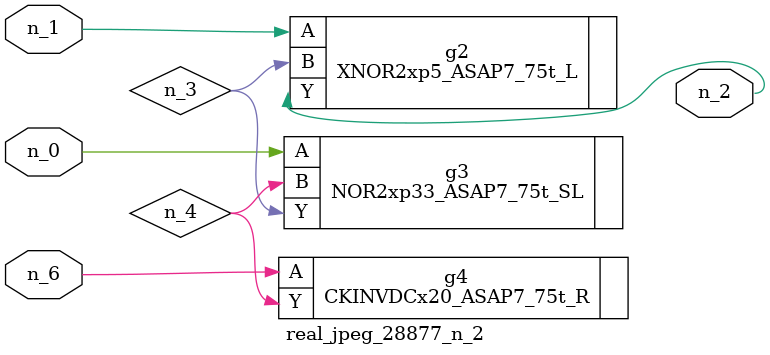
<source format=v>
module real_jpeg_28877_n_2 (n_6, n_1, n_0, n_2);

input n_6;
input n_1;
input n_0;

output n_2;

wire n_4;
wire n_3;

NOR2xp33_ASAP7_75t_SL g3 ( 
.A(n_0),
.B(n_4),
.Y(n_3)
);

XNOR2xp5_ASAP7_75t_L g2 ( 
.A(n_1),
.B(n_3),
.Y(n_2)
);

CKINVDCx20_ASAP7_75t_R g4 ( 
.A(n_6),
.Y(n_4)
);


endmodule
</source>
